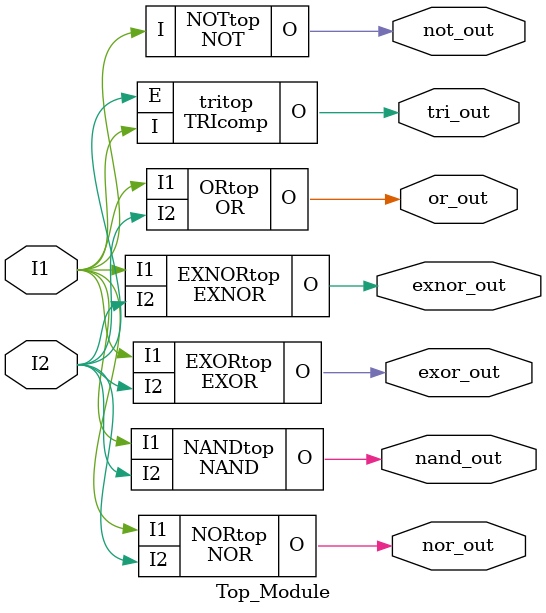
<source format=v>
`timescale 1ns / 1ps


module SSI_Library(

    );
endmodule

module OR( 
input I1, I2,
output O);

assign O = I1 | I2;
endmodule

module NOT(
input I,
output O);

assign O = ~I;

endmodule

module NAND(
input I1,I2,
output reg O);

initial 
O = 0;
always @(I1,I2) begin 
 O = ~(I1 & I2);
 end 
endmodule

module NOR(
input I1,I2,
output reg  O);

initial  begin
O=0; end
always@(I1,I2) begin
O = ~(I1 | I2);
end 

endmodule

module EXOR(
input I1,I2,
output O);
LUT2# (.INIT(4'b0110))lut(.O(O),.I0(I1),.I1(I2)); 

endmodule

module EXNOR(
input I1,I2,
output O);

LUT2# (.INIT(4'b1001))lut(.O(O),.I0(I1),.I1(I2));
endmodule

module TRIcomp(
input I,E,
output O);

assign O = E ? I :1'bZ;
endmodule  

module Top_Module(
input I1,I2,
output or_out,not_out,nand_out,nor_out,exor_out,exnor_out,tri_out);

OR ORtop (I1,I2,or_out);
NAND NANDtop (I1,I2,nand_out);
NOT NOTtop (I1,not_out);
NOR NORtop (I1,I2,nor_out);
EXOR EXORtop (I1,I2,exor_out);
EXNOR EXNORtop (I1,I2,exnor_out);
TRIcomp tritop (I1,I2,tri_out);

endmodule

</source>
